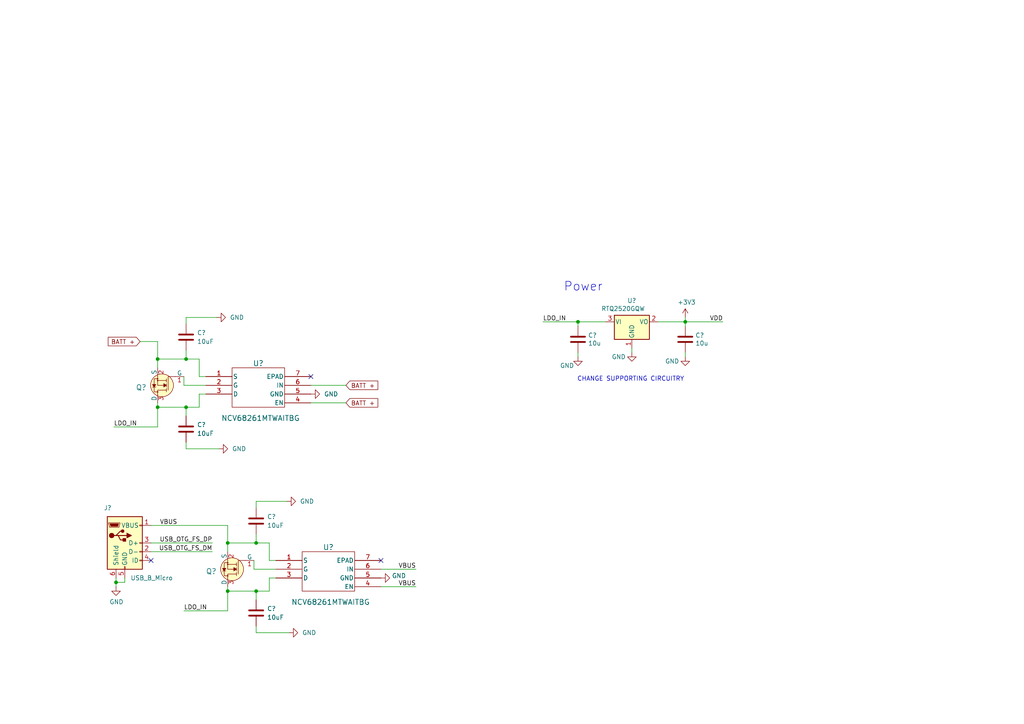
<source format=kicad_sch>
(kicad_sch (version 20211123) (generator eeschema)
  (paper "A4")
  (lib_symbols
    (symbol "Device:C" (pin_numbers hide) (pin_names (offset 0.254))
      (property "Reference" "C" (at 0.635 2.54 0))
      (property "Value" "C" (at 0.635 -2.54 0))
      (symbol "C_0_1"
        (polyline (pts (xy -2.032 -0.762) (xy 2.032 -0.762)) (stroke (width 0.508)))
        (polyline (pts (xy -2.032 0.762) (xy 2.032 0.762)) (stroke (width 0.508)))
      )
      (symbol "C_1_1"
        (pin passive line (at 0 3.81 270) (length 2.794) (name "~") (number "1"))
        (pin passive line (at 0 -3.81 90) (length 2.794) (name "~") (number "2"))
      )
    )
    (symbol "Ideal_diode_NCV:NCV68261MTWAITBG" (pin_names (offset 0.254))
      (property "Reference" "U" (at -1.27 11.43 0))
      (property "Value" "NCV68261MTWAITBG" (at -1.27 8.89 0))
      (property "MPN" "NCV68261MTWAITBG" (at -15.24 2.54 0))
      (symbol "NCV68261MTWAITBG_0_1"
        (rectangle (start -7.62 5.08) (end 7.62 -6.35))
        (pin output line (at -15.24 2.54 0) (length 7.62) (name "S") (number "1"))
        (pin output line (at -15.24 0 0) (length 7.62) (name "G") (number "2"))
        (pin input line (at -15.24 -2.54 0) (length 7.62) (name "D") (number "3"))
        (pin input line (at 15.24 -5.08 180) (length 7.62) (name "EN") (number "4"))
        (pin power_out line (at 15.24 -2.54 180) (length 7.62) (name "GND") (number "5"))
        (pin input line (at 15.24 0 180) (length 7.62) (name "IN") (number "6"))
        (pin power_out line (at 15.24 2.54 180) (length 7.62) (name "EPAD") (number "7"))
      )
    )
    (symbol "RP2040_minimal-rescue:USB_B_Micro-Connector" (pin_names (offset 1.016))
      (property "Reference" "J" (at -5.08 11.43 0))
      (property "Value" "USB_B_Micro-Connector" (at -5.08 8.89 0))
      (symbol "USB_B_Micro-Connector_0_1"
        (rectangle (start -5.08 -7.62) (end 5.08 7.62) (stroke (width 0.254)) (fill (type background)))
        (circle (center -3.81 2.159) (radius 0.635) (stroke (width 0.254)) (fill (type outline)))
        (circle (center -0.635 3.429) (radius 0.381) (stroke (width 0.254)) (fill (type outline)))
        (rectangle (start -0.127 -7.62) (end 0.127 -6.858))
        (polyline (pts (xy -1.905 2.159) (xy 0.635 2.159)) (stroke (width 0.254)))
        (polyline (pts (xy -3.175 2.159) (xy -2.54 2.159) (xy -1.27 3.429) (xy -0.635 3.429)) (stroke (width 0.254)))
        (polyline (pts (xy -2.54 2.159) (xy -1.905 2.159) (xy -1.27 0.889) (xy 0 0.889)) (stroke (width 0.254)))
        (polyline (pts (xy 0.635 2.794) (xy 0.635 1.524) (xy 1.905 2.159) (xy 0.635 2.794)) (stroke (width 0.254)) (fill (type outline)))
        (polyline (pts (xy -4.318 5.588) (xy -1.778 5.588) (xy -2.032 4.826) (xy -4.064 4.826) (xy -4.318 5.588)) (fill (type outline)))
        (polyline (pts (xy -4.699 5.842) (xy -4.699 5.588) (xy -4.445 4.826) (xy -4.445 4.572) (xy -1.651 4.572) (xy -1.651 4.826) (xy -1.397 5.588) (xy -1.397 5.842) (xy -4.699 5.842)))
        (rectangle (start 0.254 1.27) (end -0.508 0.508) (stroke (width 0.254)) (fill (type outline)))
        (rectangle (start 5.08 -5.207) (end 4.318 -4.953))
        (rectangle (start 5.08 -2.667) (end 4.318 -2.413))
        (rectangle (start 5.08 -0.127) (end 4.318 0.127))
        (rectangle (start 5.08 4.953) (end 4.318 5.207))
      )
      (symbol "USB_B_Micro-Connector_1_1"
        (pin power_out line (at 7.62 5.08 180) (length 2.54) (name "VBUS") (number "1"))
        (pin passive line (at 7.62 -2.54 180) (length 2.54) (name "D-") (number "2"))
        (pin passive line (at 7.62 0 180) (length 2.54) (name "D+") (number "3"))
        (pin passive line (at 7.62 -5.08 180) (length 2.54) (name "ID") (number "4"))
        (pin power_out line (at 0 -10.16 90) (length 2.54) (name "GND") (number "5"))
        (pin passive line (at -2.54 -10.16 90) (length 2.54) (name "Shield") (number "6"))
      )
    )
    (symbol "Regulator_Linear:NCP1117-3.3_SOT223" (pin_names (offset 0.254))
      (property "Reference" "U" (at -3.81 3.175 0))
      (property "Value" "NCP1117-3.3_SOT223" (at 0 3.175 0))
      (symbol "NCP1117-3.3_SOT223_0_1"
        (rectangle (start -5.08 -5.08) (end 5.08 1.905) (stroke (width 0.254)) (fill (type background)))
      )
      (symbol "NCP1117-3.3_SOT223_1_1"
        (pin power_in line (at 0 -7.62 90) (length 2.54) (name "GND") (number "1"))
        (pin power_out line (at 7.62 0 180) (length 2.54) (name "VO") (number "2"))
        (pin power_in line (at -7.62 0 0) (length 2.54) (name "VI") (number "3"))
      )
    )
    (symbol "dk_Transistors-FETs-MOSFETs-Single:2N7002" (pin_names (offset 0))
      (property "Reference" "Q" (at -2.6924 3.6322 0))
      (property "Value" "2N7002" (at 3.4544 0 90))
      (symbol "2N7002_0_1"
        (circle (center -1.27 0) (radius 3.302) (fill (type background)))
        (circle (center 0 -1.905) (radius 0.127))
        (circle (center 0 -1.397) (radius 0.127))
        (polyline (pts (xy 0 -1.397) (xy -2.54 -1.397)))
        (polyline (pts (xy -5.08 -2.54) (xy -3.048 -2.54) (xy -3.048 1.397)))
        (polyline (pts (xy 0 -2.54) (xy 0 0) (xy -2.54 0)))
        (polyline (pts (xy 0 2.54) (xy 0 1.397) (xy -2.54 1.397)))
        (polyline (pts (xy -0.127 -1.905) (xy 1.016 -1.905) (xy 1.016 1.397) (xy 1.016 1.905) (xy -0.127 1.905)))
        (circle (center 0 1.905) (radius 0.127))
      )
      (symbol "2N7002_1_1"
        (polyline (pts (xy -2.54 -1.397) (xy -2.54 -1.905)))
        (polyline (pts (xy -2.54 -1.397) (xy -2.54 -0.889)))
        (polyline (pts (xy -2.54 0) (xy -2.54 -0.508)))
        (polyline (pts (xy -2.54 0) (xy -2.54 0.508)))
        (polyline (pts (xy -2.54 1.905) (xy -2.54 0.889)))
        (polyline (pts (xy 1.524 0.508) (xy 0.508 0.508)))
        (polyline (pts (xy -2.54 0) (xy -1.778 0.508) (xy -1.778 -0.508) (xy -2.54 0)) (fill (type outline)))
        (polyline (pts (xy 1.016 0.508) (xy 0.508 -0.254) (xy 1.524 -0.254) (xy 1.016 0.508)) (fill (type outline)))
        (pin bidirectional line (at -7.62 -2.54 0) (length 2.54) (name "G") (number "1"))
        (pin bidirectional line (at 0 -5.08 90) (length 2.54) (name "S") (number "2"))
        (pin bidirectional line (at 0 5.08 270) (length 2.54) (name "D") (number "3"))
      )
    )
    (symbol "power:+3V3" (power) (pin_names (offset 0))
      (property "Value" "+3V3" (at 0 3.556 0))
      (symbol "+3V3_0_1"
        (polyline (pts (xy -0.762 1.27) (xy 0 2.54)))
        (polyline (pts (xy 0 0) (xy 0 2.54)))
        (polyline (pts (xy 0 2.54) (xy 0.762 1.27)))
      )
      (symbol "+3V3_1_1"
        (pin power_in line (at 0 0 90) (length 0) hide (name "+3V3") (number "1"))
      )
    )
    (symbol "power:GND" (power) (pin_names (offset 0))
      (property "Value" "GND" (at 0 -3.81 0))
      (symbol "GND_0_1"
        (polyline (pts (xy 0 0) (xy 0 -1.27) (xy 1.27 -1.27) (xy 0 -2.54) (xy -1.27 -1.27) (xy 0 -1.27)))
      )
      (symbol "GND_1_1"
        (pin power_in line (at 0 0 270) (length 0) hide (name "GND") (number "1"))
      )
    )
  )
  (junction (at 198.755 93.345))
  (junction (at 45.72 118.11))
  (junction (at 66.04 171.45))
  (junction (at 74.295 171.45))
  (junction (at 53.975 104.14))
  (junction (at 66.04 157.48))
  (junction (at 33.655 168.91))
  (junction (at 74.295 157.48))
  (junction (at 167.64 93.345))
  (junction (at 53.975 118.11))
  (junction (at 45.72 104.14))
  (no_connect (at 43.815 162.56))
  (no_connect (at 90.17 109.22))
  (no_connect (at 110.49 162.56))
  (wire (pts (xy 167.64 102.235) (xy 167.64 103.505)))
  (wire (pts (xy 157.48 93.345) (xy 167.64 93.345)))
  (wire (pts (xy 66.04 157.48) (xy 74.295 157.48)))
  (wire (pts (xy 167.64 93.345) (xy 175.641 93.345)))
  (wire (pts (xy 74.295 171.45) (xy 78.105 171.45)))
  (wire (pts (xy 53.34 109.22) (xy 53.34 111.76)))
  (wire (pts (xy 53.975 101.6) (xy 53.975 104.14)))
  (wire (pts (xy 40.64 99.06) (xy 45.72 99.06)))
  (wire (pts (xy 190.881 93.345) (xy 198.755 93.345)))
  (wire (pts (xy 36.195 167.64) (xy 36.195 168.91)))
  (wire (pts (xy 33.655 167.64) (xy 33.655 168.91)))
  (wire (pts (xy 57.785 104.14) (xy 57.785 109.22)))
  (wire (pts (xy 78.105 167.64) (xy 80.01 167.64)))
  (wire (pts (xy 33.02 123.825) (xy 45.72 123.825)))
  (wire (pts (xy 53.34 111.76) (xy 59.69 111.76)))
  (wire (pts (xy 74.295 145.415) (xy 83.185 145.415)))
  (wire (pts (xy 53.975 118.11) (xy 53.975 120.65)))
  (wire (pts (xy 45.72 118.11) (xy 53.975 118.11)))
  (wire (pts (xy 90.17 116.84) (xy 100.33 116.84)))
  (wire (pts (xy 74.295 147.32) (xy 74.295 145.415)))
  (wire (pts (xy 167.64 94.615) (xy 167.64 93.345)))
  (wire (pts (xy 74.295 183.515) (xy 83.82 183.515)))
  (wire (pts (xy 45.72 106.68) (xy 45.72 104.14)))
  (wire (pts (xy 78.105 162.56) (xy 80.01 162.56)))
  (wire (pts (xy 78.105 157.48) (xy 78.105 162.56)))
  (wire (pts (xy 66.04 171.45) (xy 74.295 171.45)))
  (wire (pts (xy 43.815 157.48) (xy 61.595 157.48)))
  (wire (pts (xy 66.04 160.02) (xy 66.04 157.48)))
  (wire (pts (xy 73.66 165.1) (xy 80.01 165.1)))
  (wire (pts (xy 33.655 168.91) (xy 33.655 170.18)))
  (wire (pts (xy 53.975 118.11) (xy 57.785 118.11)))
  (wire (pts (xy 198.755 93.345) (xy 209.677 93.345)))
  (wire (pts (xy 110.49 170.18) (xy 120.65 170.18)))
  (wire (pts (xy 66.04 171.45) (xy 66.04 177.165)))
  (wire (pts (xy 57.785 109.22) (xy 59.69 109.22)))
  (wire (pts (xy 74.295 154.94) (xy 74.295 157.48)))
  (wire (pts (xy 74.295 171.45) (xy 74.295 173.99)))
  (wire (pts (xy 66.04 157.48) (xy 66.04 152.4)))
  (wire (pts (xy 198.755 93.345) (xy 198.755 92.075)))
  (wire (pts (xy 45.72 104.14) (xy 53.975 104.14)))
  (wire (pts (xy 74.295 157.48) (xy 78.105 157.48)))
  (wire (pts (xy 45.72 118.11) (xy 45.72 123.825)))
  (wire (pts (xy 43.815 160.02) (xy 61.595 160.02)))
  (wire (pts (xy 53.975 104.14) (xy 57.785 104.14)))
  (wire (pts (xy 198.755 94.615) (xy 198.755 93.345)))
  (wire (pts (xy 66.04 170.18) (xy 66.04 171.45)))
  (wire (pts (xy 53.975 92.075) (xy 62.865 92.075)))
  (wire (pts (xy 45.72 116.84) (xy 45.72 118.11)))
  (wire (pts (xy 53.34 177.165) (xy 66.04 177.165)))
  (wire (pts (xy 53.975 128.27) (xy 53.975 130.175)))
  (wire (pts (xy 45.72 104.14) (xy 45.72 99.06)))
  (wire (pts (xy 43.815 152.4) (xy 66.04 152.4)))
  (wire (pts (xy 78.105 171.45) (xy 78.105 167.64)))
  (wire (pts (xy 36.195 168.91) (xy 33.655 168.91)))
  (wire (pts (xy 74.295 181.61) (xy 74.295 183.515)))
  (wire (pts (xy 73.66 162.56) (xy 73.66 165.1)))
  (wire (pts (xy 53.975 130.175) (xy 63.5 130.175)))
  (wire (pts (xy 57.785 114.3) (xy 59.69 114.3)))
  (wire (pts (xy 110.49 165.1) (xy 120.65 165.1)))
  (wire (pts (xy 90.17 111.76) (xy 100.33 111.76)))
  (wire (pts (xy 53.975 93.98) (xy 53.975 92.075)))
  (wire (pts (xy 183.261 100.965) (xy 183.261 102.235)))
  (wire (pts (xy 57.785 118.11) (xy 57.785 114.3)))
  (wire (pts (xy 198.755 102.235) (xy 198.755 103.505)))
  (text "Power" (at 163.449 84.709 0) (effects (font (size 2.54 2.54)) (justify left bottom)))
  (text "CHANGE SUPPORTING CIRCUITRY\n" (at 167.386 110.744 0) (effects (font (size 1.27 1.27)) (justify left bottom)))
  (label "LDO_IN" (at 157.48 93.345 0))
  (label "VBUS" (at 120.65 165.1 180))
  (label "USB_OTG_FS_DM" (at 61.595 160.02 180))
  (label "VBUS" (at 51.435 152.4 180))
  (label "LDO_IN" (at 53.34 177.165 0))
  (label "LDO_IN" (at 33.02 123.825 0))
  (label "USB_OTG_FS_DP" (at 61.595 157.48 180))
  (label "VBUS" (at 120.65 170.18 180))
  (label "VDD" (at 209.677 93.345 180))
  (global_label "BATT +" (shape input) (at 40.64 99.06 180) (property "Intersheet References" "${INTERSHEET_REFS}" (effects hide)))
  (global_label "BATT +" (shape input) (at 100.33 111.76 0) (property "Intersheet References" "${INTERSHEET_REFS}" (effects hide)))
  (global_label "BATT +" (shape input) (at 100.33 116.84 0) (property "Intersheet References" "${INTERSHEET_REFS}" (effects hide)))
  (symbol (lib_id "Ideal_diode_NCV:NCV68261MTWAITBG") (at 74.93 111.76 0) (unit 1)
    (property "Reference" "U?" (at 74.93 105.41 0) (effects (font (size 1.524 1.524))))
    (property "Value" "NCV68261MTWAITBG" (at 75.565 121.285 0) (effects (font (size 1.524 1.524))))
    (property "Footprint" "WDFNW6_511DW_ONS_OSI" (effects hide))
    (property "Datasheet" "NCV68261MTWAITBG" (effects hide))
    (property "MPN" "NCV68261MTWAITBG" (effects hide))
  )
  (symbol (lib_id "power:GND") (at 83.82 183.515 90) (unit 1)
    (property "Reference" "#PWR?" (effects hide))
    (property "Value" "GND" (at 87.63 183.5149 90) (effects (justify right)))
  )
  (symbol (lib_id "Device:C") (at 74.295 177.8 0) (unit 1)
    (property "Reference" "C?" (at 77.47 176.5299 0) (effects (justify left)))
    (property "Value" "10uF" (at 77.47 179.0699 0) (effects (justify left)))
    (property "Footprint" "Capacitor_SMD:C_0603_1608Metric_Pad1.08x0.95mm_HandSolder" (effects hide))
    (property "MPN" "GRT188C81A106ME13D" (effects hide))
  )
  (symbol (lib_id "power:GND") (at 167.64 103.505 0) (unit 1)
    (property "Reference" "#PWR?" (effects hide))
    (property "Value" "GND" (at 164.465 106.045 0))
  )
  (symbol (lib_id "Device:C") (at 74.295 151.13 0) (unit 1)
    (property "Reference" "C?" (at 77.47 149.8599 0) (effects (justify left)))
    (property "Value" "10uF" (at 77.47 152.3999 0) (effects (justify left)))
    (property "Footprint" "Capacitor_SMD:C_0603_1608Metric_Pad1.08x0.95mm_HandSolder" (effects hide))
    (property "MPN" "GRT188C81A106ME13D" (effects hide))
  )
  (symbol (lib_id "Regulator_Linear:NCP1117-3.3_SOT223") (at 183.261 93.345 0) (unit 1)
    (property "Reference" "U?" (at 183.261 87.1982 0))
    (property "Value" "RTQ2520GQW" (at 180.721 89.535 0))
    (property "MPN" "RTQ2520GQW" (effects hide))
  )
  (symbol (lib_id "power:GND") (at 90.17 114.3 90) (unit 1)
    (property "Reference" "#PWR?" (effects hide))
    (property "Value" "GND" (at 93.98 114.2999 90) (effects (justify right)))
  )
  (symbol (lib_id "power:GND") (at 62.865 92.075 90) (unit 1)
    (property "Reference" "#PWR?" (effects hide))
    (property "Value" "GND" (at 66.675 92.0749 90) (effects (justify right)))
  )
  (symbol (lib_id "dk_Transistors-FETs-MOSFETs-Single:2N7002") (at 45.72 111.76 180) (unit 1)
    (property "Reference" "Q?" (at 42.545 112.395 0) (effects (font (size 1.524 1.524)) (justify left)))
    (property "Value" "NVR5198NLT1G" (effects hide))
    (property "Footprint" "digikey-footprints:SOT-23-3" (effects hide))
    (property "MPN" "NVR5198NLT1G" (effects hide))
    (property "Category" "Discrete Semiconductor Products" (effects hide))
    (property "Family" "Transistors - FETs, MOSFETs - Single" (effects hide))
  )
  (symbol (lib_id "Device:C") (at 53.975 97.79 0) (unit 1)
    (property "Reference" "C?" (at 57.15 96.5199 0) (effects (justify left)))
    (property "Value" "10uF" (at 57.15 99.0599 0) (effects (justify left)))
    (property "Footprint" "Capacitor_SMD:C_0603_1608Metric_Pad1.08x0.95mm_HandSolder" (effects hide))
    (property "MPN" "GRT188C81A106ME13D" (effects hide))
  )
  (symbol (lib_id "power:GND") (at 33.655 170.18 0) (unit 1)
    (property "Reference" "#PWR?" (effects hide))
    (property "Value" "GND" (at 33.782 174.5742 0))
  )
  (symbol (lib_id "power:GND") (at 83.185 145.415 90) (unit 1)
    (property "Reference" "#PWR?" (effects hide))
    (property "Value" "GND" (at 86.995 145.4149 90) (effects (justify right)))
  )
  (symbol (lib_id "power:+3V3") (at 198.755 92.075 0) (unit 1)
    (property "Reference" "#PWR?" (effects hide))
    (property "Value" "+3V3" (at 199.136 87.6808 0))
  )
  (symbol (lib_id "Device:C") (at 53.975 124.46 0) (unit 1)
    (property "Reference" "C?" (at 57.15 123.1899 0) (effects (justify left)))
    (property "Value" "10uF" (at 57.15 125.7299 0) (effects (justify left)))
    (property "Footprint" "Capacitor_SMD:C_0603_1608Metric_Pad1.08x0.95mm_HandSolder" (effects hide))
    (property "MPN" "GRT188C81A106ME13D" (effects hide))
  )
  (symbol (lib_id "dk_Transistors-FETs-MOSFETs-Single:2N7002") (at 66.04 165.1 180) (unit 1)
    (property "Reference" "Q?" (at 62.865 165.735 0) (effects (font (size 1.524 1.524)) (justify left)))
    (property "Value" "NVR5198NLT1G" (effects hide))
    (property "Footprint" "digikey-footprints:SOT-23-3" (effects hide))
    (property "MPN" "NVR5198NLT1G" (effects hide))
    (property "Category" "Discrete Semiconductor Products" (effects hide))
    (property "Family" "Transistors - FETs, MOSFETs - Single" (effects hide))
  )
  (symbol (lib_id "power:GND") (at 63.5 130.175 90) (unit 1)
    (property "Reference" "#PWR?" (effects hide))
    (property "Value" "GND" (at 67.31 130.1749 90) (effects (justify right)))
  )
  (symbol (lib_id "power:GND") (at 110.49 167.64 90) (unit 1)
    (property "Reference" "#PWR?" (effects hide))
    (property "Value" "GND" (at 113.665 167.005 90) (effects (justify right)))
  )
  (symbol (lib_id "power:GND") (at 183.261 102.235 0) (unit 1)
    (property "Reference" "#PWR?" (effects hide))
    (property "Value" "GND" (at 179.451 103.505 0))
  )
  (symbol (lib_id "RP2040_minimal-rescue:USB_B_Micro-Connector") (at 36.195 157.48 0) (unit 1)
    (property "Reference" "J?" (at 32.385 147.32 0) (effects (justify right)))
    (property "Value" "USB_B_Micro" (at 50.165 167.64 0) (effects (justify right)))
    (property "Footprint" "Miles Added:USB_Micro-B_Amphenol_10103594-0001LF_Horizontal_modified" (effects hide))
    (property "MPN" "10103594-0001LF" (effects hide))
  )
  (symbol (lib_id "Ideal_diode_NCV:NCV68261MTWAITBG") (at 95.25 165.1 0) (unit 1)
    (property "Reference" "U?" (at 95.25 158.75 0) (effects (font (size 1.524 1.524))))
    (property "Value" "NCV68261MTWAITBG" (at 95.885 174.625 0) (effects (font (size 1.524 1.524))))
    (property "Footprint" "WDFNW6_511DW_ONS_OSI" (effects hide))
    (property "Datasheet" "NCV68261MTWAITBG" (effects hide))
    (property "MPN" "NCV68261MTWAITBG" (effects hide))
  )
  (symbol (lib_id "Device:C") (at 198.755 98.425 0) (unit 1)
    (property "Reference" "C?" (at 201.676 97.2566 0) (effects (justify left)))
    (property "Value" "10u" (at 201.676 99.568 0) (effects (justify left)))
    (property "Footprint" "Capacitor_SMD:C_0805_2012Metric" (effects hide))
  )
  (symbol (lib_id "Device:C") (at 167.64 98.425 0) (unit 1)
    (property "Reference" "C?" (at 170.561 97.2566 0) (effects (justify left)))
    (property "Value" "10u" (at 170.561 99.568 0) (effects (justify left)))
    (property "Footprint" "Capacitor_SMD:C_0805_2012Metric" (effects hide))
  )
  (symbol (lib_id "power:GND") (at 198.755 103.505 0) (unit 1)
    (property "Reference" "#PWR?" (effects hide))
    (property "Value" "GND" (at 194.945 104.775 0))
  )
)
</source>
